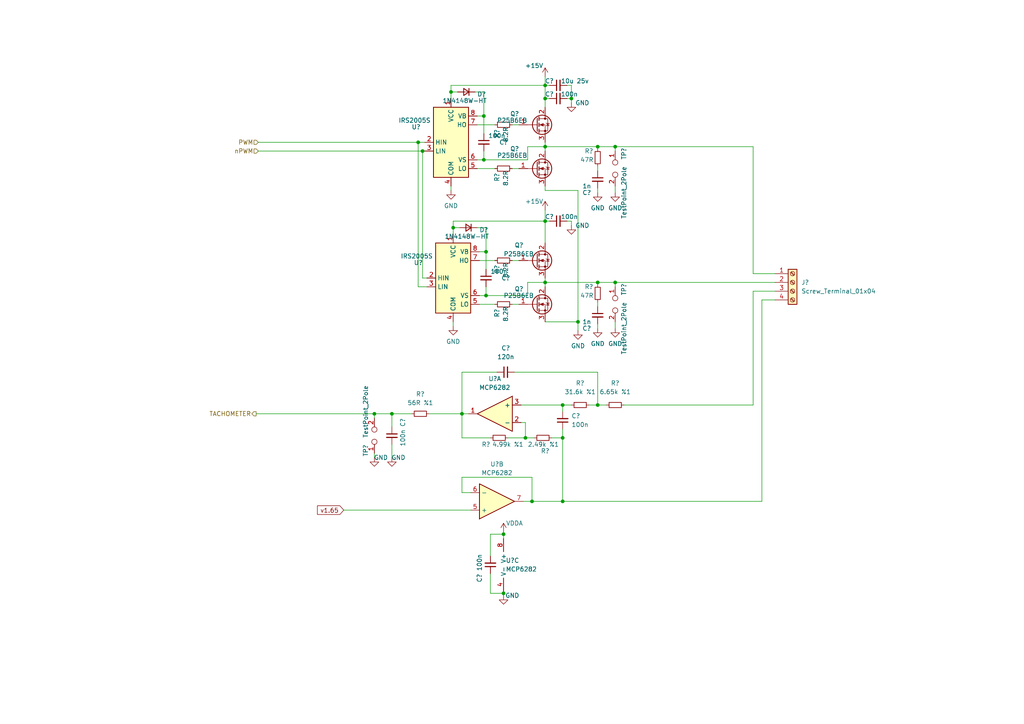
<source format=kicad_sch>
(kicad_sch (version 20211123) (generator eeschema)
  (paper "A4")
  (lib_symbols
    (symbol "Connector:Screw_Terminal_01x04" (pin_names (offset 1.016) hide)
      (property "Reference" "J" (at 0 5.08 0))
      (property "Value" "Screw_Terminal_01x04" (at 0 -7.62 0))
      (symbol "Screw_Terminal_01x04_1_1"
        (rectangle (start -1.27 3.81) (end 1.27 -6.35) (stroke (width 0.254)) (fill (type background)))
        (circle (center 0 -5.08) (radius 0.635) (stroke (width 0.1524)))
        (circle (center 0 -2.54) (radius 0.635) (stroke (width 0.1524)))
        (polyline (pts (xy -0.5334 -4.7498) (xy 0.3302 -5.588)) (stroke (width 0.1524)))
        (polyline (pts (xy -0.5334 -2.2098) (xy 0.3302 -3.048)) (stroke (width 0.1524)))
        (polyline (pts (xy -0.5334 0.3302) (xy 0.3302 -0.508)) (stroke (width 0.1524)))
        (polyline (pts (xy -0.5334 2.8702) (xy 0.3302 2.032)) (stroke (width 0.1524)))
        (polyline (pts (xy -0.3556 -4.572) (xy 0.508 -5.4102)) (stroke (width 0.1524)))
        (polyline (pts (xy -0.3556 -2.032) (xy 0.508 -2.8702)) (stroke (width 0.1524)))
        (polyline (pts (xy -0.3556 0.508) (xy 0.508 -0.3302)) (stroke (width 0.1524)))
        (polyline (pts (xy -0.3556 3.048) (xy 0.508 2.2098)) (stroke (width 0.1524)))
        (circle (center 0 0) (radius 0.635) (stroke (width 0.1524)))
        (circle (center 0 2.54) (radius 0.635) (stroke (width 0.1524)))
        (pin passive line (at -5.08 2.54 0) (length 3.81) (name "Pin_1") (number "1"))
        (pin passive line (at -5.08 0 0) (length 3.81) (name "Pin_2") (number "2"))
        (pin passive line (at -5.08 -2.54 0) (length 3.81) (name "Pin_3") (number "3"))
        (pin passive line (at -5.08 -5.08 0) (length 3.81) (name "Pin_4") (number "4"))
      )
    )
    (symbol "Connector:TestPoint_2Pole" (pin_names (offset 0.762) hide)
      (property "Reference" "TP" (at 0 1.524 0))
      (property "Value" "TestPoint_2Pole" (at 0 -1.778 0))
      (symbol "TestPoint_2Pole_0_1"
        (circle (center -1.778 0) (radius 0.762))
        (circle (center 1.778 0) (radius 0.762))
        (pin passive line (at -5.08 0 0) (length 2.54) (name "1") (number "1"))
        (pin passive line (at 5.08 0 180) (length 2.54) (name "2") (number "2"))
      )
    )
    (symbol "Device:C_Small" (pin_numbers hide) (pin_names (offset 0.254) hide)
      (property "Reference" "C" (at 0.254 1.778 0))
      (property "Value" "C_Small" (at 0.254 -2.032 0))
      (symbol "C_Small_0_1"
        (polyline (pts (xy -1.524 -0.508) (xy 1.524 -0.508)) (stroke (width 0.3302)))
        (polyline (pts (xy -1.524 0.508) (xy 1.524 0.508)) (stroke (width 0.3048)))
      )
      (symbol "C_Small_1_1"
        (pin passive line (at 0 2.54 270) (length 2.032) (name "~") (number "1"))
        (pin passive line (at 0 -2.54 90) (length 2.032) (name "~") (number "2"))
      )
    )
    (symbol "Device:D_Small" (pin_numbers hide) (pin_names (offset 0.254) hide)
      (property "Reference" "D" (at -1.27 2.032 0))
      (property "Value" "D_Small" (at -3.81 -2.032 0))
      (symbol "D_Small_0_1"
        (polyline (pts (xy -0.762 -1.016) (xy -0.762 1.016)) (stroke (width 0.254)))
        (polyline (pts (xy -0.762 0) (xy 0.762 0)))
        (polyline (pts (xy 0.762 -1.016) (xy -0.762 0) (xy 0.762 1.016) (xy 0.762 -1.016)) (stroke (width 0.254)))
      )
      (symbol "D_Small_1_1"
        (pin passive line (at -2.54 0 0) (length 1.778) (name "K") (number "1"))
        (pin passive line (at 2.54 0 180) (length 1.778) (name "A") (number "2"))
      )
    )
    (symbol "Device:Opamp_Dual"
      (property "Reference" "U" (at 0 5.08 0))
      (property "Value" "Opamp_Dual" (at 0 -5.08 0))
      (symbol "Opamp_Dual_1_1"
        (polyline (pts (xy -5.08 5.08) (xy 5.08 0) (xy -5.08 -5.08) (xy -5.08 5.08)) (stroke (width 0.254)) (fill (type background)))
        (pin output line (at 7.62 0 180) (length 2.54) (name "~") (number "1"))
        (pin input line (at -7.62 -2.54 0) (length 2.54) (name "-") (number "2"))
        (pin input line (at -7.62 2.54 0) (length 2.54) (name "+") (number "3"))
      )
      (symbol "Opamp_Dual_2_1"
        (polyline (pts (xy -5.08 5.08) (xy 5.08 0) (xy -5.08 -5.08) (xy -5.08 5.08)) (stroke (width 0.254)) (fill (type background)))
        (pin input line (at -7.62 2.54 0) (length 2.54) (name "+") (number "5"))
        (pin input line (at -7.62 -2.54 0) (length 2.54) (name "-") (number "6"))
        (pin output line (at 7.62 0 180) (length 2.54) (name "~") (number "7"))
      )
      (symbol "Opamp_Dual_3_1"
        (pin power_in line (at -2.54 -7.62 90) (length 3.81) (name "V-") (number "4"))
        (pin power_in line (at -2.54 7.62 270) (length 3.81) (name "V+") (number "8"))
      )
    )
    (symbol "Device:Q_NMOS_GDS" (pin_names (offset 0) hide)
      (property "Reference" "Q" (at 5.08 1.27 0))
      (property "Value" "Q_NMOS_GDS" (at 5.08 -1.27 0))
      (symbol "Q_NMOS_GDS_0_1"
        (polyline (pts (xy 0.254 0) (xy -2.54 0)))
        (polyline (pts (xy 0.254 1.905) (xy 0.254 -1.905)) (stroke (width 0.254)))
        (polyline (pts (xy 0.762 -1.27) (xy 0.762 -2.286)) (stroke (width 0.254)))
        (polyline (pts (xy 0.762 0.508) (xy 0.762 -0.508)) (stroke (width 0.254)))
        (polyline (pts (xy 0.762 2.286) (xy 0.762 1.27)) (stroke (width 0.254)))
        (polyline (pts (xy 2.54 2.54) (xy 2.54 1.778)))
        (polyline (pts (xy 2.54 -2.54) (xy 2.54 0) (xy 0.762 0)))
        (polyline (pts (xy 0.762 -1.778) (xy 3.302 -1.778) (xy 3.302 1.778) (xy 0.762 1.778)))
        (polyline (pts (xy 1.016 0) (xy 2.032 0.381) (xy 2.032 -0.381) (xy 1.016 0)) (fill (type outline)))
        (polyline (pts (xy 2.794 0.508) (xy 2.921 0.381) (xy 3.683 0.381) (xy 3.81 0.254)))
        (polyline (pts (xy 3.302 0.381) (xy 2.921 -0.254) (xy 3.683 -0.254) (xy 3.302 0.381)))
        (circle (center 1.651 0) (radius 2.794) (stroke (width 0.254)))
        (circle (center 2.54 -1.778) (radius 0.254) (fill (type outline)))
        (circle (center 2.54 1.778) (radius 0.254) (fill (type outline)))
      )
      (symbol "Q_NMOS_GDS_1_1"
        (pin input line (at -5.08 0 0) (length 2.54) (name "G") (number "1"))
        (pin passive line (at 2.54 5.08 270) (length 2.54) (name "D") (number "2"))
        (pin passive line (at 2.54 -5.08 90) (length 2.54) (name "S") (number "3"))
      )
    )
    (symbol "Device:R_Small" (pin_numbers hide) (pin_names (offset 0.254) hide)
      (property "Reference" "R" (at 0.762 0.508 0))
      (property "Value" "R_Small" (at 0.762 -1.016 0))
      (symbol "R_Small_0_1"
        (rectangle (start -0.762 1.778) (end 0.762 -1.778) (stroke (width 0.2032)))
      )
      (symbol "R_Small_1_1"
        (pin passive line (at 0 2.54 270) (length 0.762) (name "~") (number "1"))
        (pin passive line (at 0 -2.54 90) (length 0.762) (name "~") (number "2"))
      )
    )
    (symbol "Driver_FET:IRS2005S"
      (property "Reference" "U" (at 1.27 13.335 0))
      (property "Value" "IRS2005S" (at 1.27 11.43 0))
      (symbol "IRS2005S_0_1"
        (rectangle (start -5.08 -10.16) (end 5.08 10.16) (stroke (width 0.254)) (fill (type background)))
      )
      (symbol "IRS2005S_1_1"
        (pin power_in line (at 0 12.7 270) (length 2.54) (name "VCC") (number "1"))
        (pin input line (at -7.62 0 0) (length 2.54) (name "HIN") (number "2"))
        (pin input line (at -7.62 -2.54 0) (length 2.54) (name "LIN") (number "3"))
        (pin power_in line (at 0 -12.7 90) (length 2.54) (name "COM") (number "4"))
        (pin output line (at 7.62 -7.62 180) (length 2.54) (name "LO") (number "5"))
        (pin passive line (at 7.62 -5.08 180) (length 2.54) (name "VS") (number "6"))
        (pin output line (at 7.62 5.08 180) (length 2.54) (name "HO") (number "7"))
        (pin passive line (at 7.62 7.62 180) (length 2.54) (name "VB") (number "8"))
      )
    )
    (symbol "power:+15V" (power) (pin_names (offset 0))
      (property "Value" "+15V" (at 0 3.556 0))
      (symbol "+15V_0_1"
        (polyline (pts (xy -0.762 1.27) (xy 0 2.54)))
        (polyline (pts (xy 0 0) (xy 0 2.54)))
        (polyline (pts (xy 0 2.54) (xy 0.762 1.27)))
      )
      (symbol "+15V_1_1"
        (pin power_in line (at 0 0 90) (length 0) hide (name "+15V") (number "1"))
      )
    )
    (symbol "power:GND" (power) (pin_names (offset 0))
      (property "Value" "GND" (at 0 -3.81 0))
      (symbol "GND_0_1"
        (polyline (pts (xy 0 0) (xy 0 -1.27) (xy 1.27 -1.27) (xy 0 -2.54) (xy -1.27 -1.27) (xy 0 -1.27)))
      )
      (symbol "GND_1_1"
        (pin power_in line (at 0 0 270) (length 0) hide (name "GND") (number "1"))
      )
    )
    (symbol "power:VDDA" (power) (pin_names (offset 0))
      (property "Value" "VDDA" (at 0 3.81 0))
      (symbol "VDDA_0_1"
        (polyline (pts (xy -0.762 1.27) (xy 0 2.54)))
        (polyline (pts (xy 0 0) (xy 0 2.54)))
        (polyline (pts (xy 0 2.54) (xy 0.762 1.27)))
      )
      (symbol "VDDA_1_1"
        (pin power_in line (at 0 0 90) (length 0) hide (name "VDDA") (number "1"))
      )
    )
  )
  (junction (at 108.585 120.015))
  (junction (at 163.195 117.475))
  (junction (at 158.115 24.765))
  (junction (at 140.335 46.355))
  (junction (at 173.355 42.545))
  (junction (at 131.445 66.04))
  (junction (at 122.555 43.815))
  (junction (at 146.05 154.94))
  (junction (at 173.355 81.915))
  (junction (at 158.115 64.135))
  (junction (at 158.115 81.915))
  (junction (at 178.435 42.545))
  (junction (at 173.355 117.475))
  (junction (at 133.985 120.015))
  (junction (at 140.335 33.655))
  (junction (at 146.05 172.085))
  (junction (at 167.64 93.345))
  (junction (at 152.4 127))
  (junction (at 113.665 120.015))
  (junction (at 158.115 42.545))
  (junction (at 163.195 145.415))
  (junction (at 154.305 145.415))
  (junction (at 178.435 81.915))
  (junction (at 140.97 73.025))
  (junction (at 140.97 85.725))
  (junction (at 158.115 28.575))
  (junction (at 165.735 28.575))
  (junction (at 130.81 26.67))
  (junction (at 163.195 127))
  (junction (at 121.285 41.275))
  (wire (pts (xy 153.035 46.355) (xy 153.035 42.545)))
  (wire (pts (xy 158.115 80.645) (xy 158.115 81.915)))
  (wire (pts (xy 133.35 66.04) (xy 131.445 66.04)))
  (wire (pts (xy 158.115 24.765) (xy 159.385 24.765)))
  (wire (pts (xy 173.355 48.26) (xy 173.355 49.53)))
  (wire (pts (xy 124.46 120.015) (xy 133.985 120.015)))
  (wire (pts (xy 148.59 88.265) (xy 150.495 88.265)))
  (wire (pts (xy 130.81 53.975) (xy 130.81 55.245)))
  (wire (pts (xy 173.355 117.475) (xy 173.355 107.95)))
  (wire (pts (xy 144.145 107.95) (xy 133.985 107.95)))
  (wire (pts (xy 158.115 22.225) (xy 158.115 24.765)))
  (wire (pts (xy 74.93 43.815) (xy 122.555 43.815)))
  (wire (pts (xy 133.985 107.95) (xy 133.985 120.015)))
  (wire (pts (xy 220.98 86.995) (xy 220.98 145.415)))
  (wire (pts (xy 131.445 64.135) (xy 131.445 66.04)))
  (wire (pts (xy 152.4 127) (xy 154.94 127)))
  (wire (pts (xy 152.4 127) (xy 152.4 122.555)))
  (wire (pts (xy 218.44 79.375) (xy 224.79 79.375)))
  (wire (pts (xy 165.735 64.135) (xy 165.735 65.405)))
  (wire (pts (xy 138.43 66.04) (xy 140.97 66.04)))
  (wire (pts (xy 140.97 85.725) (xy 153.035 85.725)))
  (wire (pts (xy 133.985 142.875) (xy 133.985 138.43)))
  (wire (pts (xy 119.38 120.015) (xy 113.665 120.015)))
  (wire (pts (xy 133.985 120.015) (xy 135.89 120.015)))
  (wire (pts (xy 113.665 120.015) (xy 113.665 123.825)))
  (wire (pts (xy 178.435 81.915) (xy 178.435 83.185)))
  (wire (pts (xy 130.81 24.765) (xy 130.81 26.67)))
  (wire (pts (xy 151.765 145.415) (xy 154.305 145.415)))
  (wire (pts (xy 163.195 124.46) (xy 163.195 127)))
  (wire (pts (xy 158.115 55.245) (xy 167.64 55.245)))
  (wire (pts (xy 148.59 75.565) (xy 150.495 75.565)))
  (wire (pts (xy 218.44 84.455) (xy 218.44 117.475)))
  (wire (pts (xy 178.435 81.915) (xy 224.79 81.915)))
  (wire (pts (xy 164.465 28.575) (xy 165.735 28.575)))
  (wire (pts (xy 142.24 172.085) (xy 146.05 172.085)))
  (wire (pts (xy 218.44 117.475) (xy 180.975 117.475)))
  (wire (pts (xy 153.035 81.915) (xy 158.115 81.915)))
  (wire (pts (xy 121.285 83.185) (xy 121.285 41.275)))
  (wire (pts (xy 122.555 43.815) (xy 122.555 80.645)))
  (wire (pts (xy 163.195 117.475) (xy 163.195 119.38)))
  (wire (pts (xy 167.64 93.345) (xy 167.64 95.885)))
  (wire (pts (xy 148.59 36.195) (xy 150.495 36.195)))
  (wire (pts (xy 130.81 26.67) (xy 130.81 28.575)))
  (wire (pts (xy 178.435 42.545) (xy 178.435 43.815)))
  (wire (pts (xy 158.115 60.96) (xy 158.115 64.135)))
  (wire (pts (xy 140.335 26.67) (xy 140.335 33.655)))
  (wire (pts (xy 154.305 138.43) (xy 154.305 145.415)))
  (wire (pts (xy 142.24 166.37) (xy 142.24 172.085)))
  (wire (pts (xy 151.13 117.475) (xy 163.195 117.475)))
  (wire (pts (xy 148.59 48.895) (xy 150.495 48.895)))
  (wire (pts (xy 138.43 48.895) (xy 143.51 48.895)))
  (wire (pts (xy 158.115 28.575) (xy 159.385 28.575)))
  (wire (pts (xy 158.115 64.135) (xy 158.115 70.485)))
  (wire (pts (xy 131.445 64.135) (xy 158.115 64.135)))
  (wire (pts (xy 163.195 117.475) (xy 165.735 117.475)))
  (wire (pts (xy 131.445 93.345) (xy 131.445 94.615)))
  (wire (pts (xy 158.115 53.975) (xy 158.115 55.245)))
  (wire (pts (xy 158.115 24.765) (xy 158.115 28.575)))
  (wire (pts (xy 173.355 81.915) (xy 178.435 81.915)))
  (wire (pts (xy 163.195 145.415) (xy 220.98 145.415)))
  (wire (pts (xy 178.435 53.975) (xy 178.435 55.88)))
  (wire (pts (xy 164.465 24.765) (xy 165.735 24.765)))
  (wire (pts (xy 74.93 41.275) (xy 121.285 41.275)))
  (wire (pts (xy 167.64 55.245) (xy 167.64 93.345)))
  (wire (pts (xy 140.97 66.04) (xy 140.97 73.025)))
  (wire (pts (xy 136.525 142.875) (xy 133.985 142.875)))
  (wire (pts (xy 220.98 86.995) (xy 224.79 86.995)))
  (wire (pts (xy 108.585 120.015) (xy 108.585 121.285)))
  (wire (pts (xy 140.97 83.185) (xy 140.97 85.725)))
  (wire (pts (xy 139.065 75.565) (xy 143.51 75.565)))
  (wire (pts (xy 173.355 87.63) (xy 173.355 88.9)))
  (wire (pts (xy 158.115 41.275) (xy 158.115 42.545)))
  (wire (pts (xy 218.44 42.545) (xy 218.44 79.375)))
  (wire (pts (xy 224.79 84.455) (xy 218.44 84.455)))
  (wire (pts (xy 154.305 145.415) (xy 163.195 145.415)))
  (wire (pts (xy 133.985 127) (xy 133.985 120.015)))
  (wire (pts (xy 170.815 117.475) (xy 173.355 117.475)))
  (wire (pts (xy 158.115 81.915) (xy 158.115 83.185)))
  (wire (pts (xy 146.05 172.085) (xy 146.05 172.72)))
  (wire (pts (xy 138.43 36.195) (xy 143.51 36.195)))
  (wire (pts (xy 140.97 78.105) (xy 140.97 73.025)))
  (wire (pts (xy 113.665 128.905) (xy 113.665 132.715)))
  (wire (pts (xy 158.115 81.915) (xy 173.355 81.915)))
  (wire (pts (xy 140.335 43.815) (xy 140.335 46.355)))
  (wire (pts (xy 173.355 93.98) (xy 173.355 95.25)))
  (wire (pts (xy 74.295 120.015) (xy 108.585 120.015)))
  (wire (pts (xy 123.825 83.185) (xy 121.285 83.185)))
  (wire (pts (xy 165.735 28.575) (xy 165.735 29.845)))
  (wire (pts (xy 138.43 46.355) (xy 140.335 46.355)))
  (wire (pts (xy 142.24 154.94) (xy 142.24 161.29)))
  (wire (pts (xy 146.05 154.94) (xy 142.24 154.94)))
  (wire (pts (xy 146.05 154.305) (xy 146.05 154.94)))
  (wire (pts (xy 140.97 73.025) (xy 139.065 73.025)))
  (wire (pts (xy 108.585 131.445) (xy 108.585 132.715)))
  (wire (pts (xy 173.355 54.61) (xy 173.355 55.88)))
  (wire (pts (xy 160.02 127) (xy 163.195 127)))
  (wire (pts (xy 146.05 171.45) (xy 146.05 172.085)))
  (wire (pts (xy 173.355 42.545) (xy 173.355 43.18)))
  (wire (pts (xy 108.585 120.015) (xy 113.665 120.015)))
  (wire (pts (xy 153.035 85.725) (xy 153.035 81.915)))
  (wire (pts (xy 158.115 28.575) (xy 158.115 31.115)))
  (wire (pts (xy 133.985 127) (xy 142.24 127)))
  (wire (pts (xy 140.335 38.735) (xy 140.335 33.655)))
  (wire (pts (xy 132.715 26.67) (xy 130.81 26.67)))
  (wire (pts (xy 158.115 42.545) (xy 158.115 43.815)))
  (wire (pts (xy 173.355 81.915) (xy 173.355 82.55)))
  (wire (pts (xy 123.19 43.815) (xy 122.555 43.815)))
  (wire (pts (xy 131.445 66.04) (xy 131.445 67.945)))
  (wire (pts (xy 140.335 46.355) (xy 153.035 46.355)))
  (wire (pts (xy 147.32 127) (xy 152.4 127)))
  (wire (pts (xy 165.735 24.765) (xy 165.735 28.575)))
  (wire (pts (xy 152.4 122.555) (xy 151.13 122.555)))
  (wire (pts (xy 139.065 88.265) (xy 143.51 88.265)))
  (wire (pts (xy 133.985 138.43) (xy 154.305 138.43)))
  (wire (pts (xy 121.285 41.275) (xy 123.19 41.275)))
  (wire (pts (xy 163.195 127) (xy 163.195 145.415)))
  (wire (pts (xy 153.035 42.545) (xy 158.115 42.545)))
  (wire (pts (xy 146.05 154.94) (xy 146.05 156.21)))
  (wire (pts (xy 137.795 26.67) (xy 140.335 26.67)))
  (wire (pts (xy 173.355 117.475) (xy 175.895 117.475)))
  (wire (pts (xy 178.435 42.545) (xy 218.44 42.545)))
  (wire (pts (xy 139.065 85.725) (xy 140.97 85.725)))
  (wire (pts (xy 149.225 107.95) (xy 173.355 107.95)))
  (wire (pts (xy 158.115 42.545) (xy 173.355 42.545)))
  (wire (pts (xy 164.465 64.135) (xy 165.735 64.135)))
  (wire (pts (xy 173.355 42.545) (xy 178.435 42.545)))
  (wire (pts (xy 158.115 93.345) (xy 167.64 93.345)))
  (wire (pts (xy 140.335 33.655) (xy 138.43 33.655)))
  (wire (pts (xy 99.695 147.955) (xy 136.525 147.955)))
  (wire (pts (xy 178.435 93.345) (xy 178.435 95.25)))
  (wire (pts (xy 130.81 24.765) (xy 158.115 24.765)))
  (wire (pts (xy 122.555 80.645) (xy 123.825 80.645)))
  (wire (pts (xy 158.115 64.135) (xy 159.385 64.135)))
  (global_label "v1.65" (shape input) (at 99.695 147.955 180) (property "Intersheet References" "${INTERSHEET_REFS}" (effects hide)))
  (hierarchical_label "PWM" (shape input) (at 74.93 41.275 180))
  (hierarchical_label "TACHOMETER" (shape output) (at 74.295 120.015 180))
  (hierarchical_label "nPWM" (shape input) (at 74.93 43.815 180))
  (symbol (lib_id "Device:D_Small") (at 135.89 66.04 180) (unit 1)
    (property "Reference" "D?" (at 140.335 66.675 0))
    (property "Value" "1N4148W-HT " (at 135.89 68.58 0))
    (property "Footprint" "Diode_SMD:D_SOD-123" (effects hide))
    (property "Link" "https://ozdisan.com/power-semiconductors/diodes-diode-modules-and-rectifiers/general-purpose-diodes/1N4148W-HT" (effects hide))
    (property "Price" "0.01562" (effects hide))
  )
  (symbol (lib_id "Device:R_Small") (at 178.435 117.475 90) (unit 1)
    (property "Reference" "R?" (at 178.435 111.125 90))
    (property "Value" "6.65k %1" (at 178.435 113.665 90))
  )
  (symbol (lib_id "Device:D_Small") (at 135.255 26.67 180) (unit 1)
    (property "Reference" "D?" (at 139.7 27.305 0))
    (property "Value" "1N4148W-HT " (at 135.255 29.21 0))
    (property "Footprint" "Diode_SMD:D_SOD-123" (effects hide))
    (property "Link" "https://ozdisan.com/power-semiconductors/diodes-diode-modules-and-rectifiers/general-purpose-diodes/1N4148W-HT" (effects hide))
    (property "Price" "0.01562" (effects hide))
  )
  (symbol (lib_id "power:GND") (at 108.585 132.715 0) (unit 1)
    (property "Reference" "#PWR?" (effects hide))
    (property "Value" "GND" (at 110.49 132.715 0))
  )
  (symbol (lib_id "Device:C_Small") (at 161.925 64.135 90) (unit 1)
    (property "Reference" "C?" (at 160.655 62.865 90) (effects (justify left)))
    (property "Value" "100n" (at 167.64 62.865 90) (effects (justify left)))
    (property "Footprint" "Capacitor_SMD:C_0603_1608Metric_Pad1.08x0.95mm_HandSolder" (effects hide))
    (property "Link" "https://ozdisan.com/passive-components/capacitors/smt-smd-and-mlcc-capacitors/CL10B104KB8NNNC" (effects hide))
    (property "Price" "0.00448" (effects hide))
  )
  (symbol (lib_id "Device:C_Small") (at 173.355 91.44 0) (unit 1)
    (property "Reference" "C?" (at 168.91 95.25 0) (effects (justify left)))
    (property "Value" "1n" (at 168.91 93.345 0) (effects (justify left)))
    (property "Footprint" "Capacitor_SMD:C_0603_1608Metric_Pad1.08x0.95mm_HandSolder" (effects hide))
  )
  (symbol (lib_id "Device:C_Small") (at 146.685 107.95 90) (unit 1)
    (property "Reference" "C?" (at 146.6913 100.965 90))
    (property "Value" "120n" (at 146.6913 103.505 90))
  )
  (symbol (lib_id "Device:R_Small") (at 173.355 85.09 0) (unit 1)
    (property "Reference" "R?" (at 169.545 83.185 0) (effects (justify left)))
    (property "Value" "47R" (at 168.275 85.725 0) (effects (justify left)))
  )
  (symbol (lib_id "Device:Opamp_Dual") (at 144.145 145.415 0) (mirror x) (unit 2)
    (property "Reference" "U?" (at 144.145 134.62 0))
    (property "Value" "MCP6282" (at 144.145 137.16 0))
    (property "Footprint" "Package_SO:SOIC-8_3.9x4.9mm_P1.27mm" (effects hide))
    (property "Link" "https://ozdisan.com/integrated-circuits-ics/linear-ics/amplifiers/MCP6282T-ESN" (effects hide))
    (property "Price" "1.96988" (effects hide))
  )
  (symbol (lib_id "power:GND") (at 167.64 95.885 0) (unit 1)
    (property "Reference" "#PWR?" (effects hide))
    (property "Value" "GND" (at 167.64 100.33 0))
  )
  (symbol (lib_id "Connector:TestPoint_2Pole") (at 178.435 48.895 270) (unit 1)
    (property "Reference" "TP?" (at 180.975 46.355 0) (effects (justify right)))
    (property "Value" "TestPoint_2Pole" (at 180.975 63.5 0) (effects (justify right)))
    (property "Footprint" "Connector_PinHeader_2.54mm:PinHeader_1x02_P2.54mm_Vertical" (effects hide))
    (property "Link" "https://ozdisan.com/connectors-and-interconnects/headers/pin-headers/C2100-02ASGAS0R" (effects hide))
    (property "Price" "0.1293" (effects hide))
  )
  (symbol (lib_id "power:GND") (at 178.435 55.88 0) (unit 1)
    (property "Reference" "#PWR?" (effects hide))
    (property "Value" "GND" (at 178.435 60.325 0))
  )
  (symbol (lib_id "Device:C_Small") (at 113.665 126.365 0) (unit 1)
    (property "Reference" "C?" (at 116.84 123.825 90) (effects (justify left)))
    (property "Value" "100n" (at 116.84 129.54 90) (effects (justify left)))
    (property "Footprint" "Capacitor_SMD:C_0603_1608Metric_Pad1.08x0.95mm_HandSolder" (effects hide))
    (property "Link" "https://ozdisan.com/passive-components/capacitors/smt-smd-and-mlcc-capacitors/CL10B104KB8NNNC" (effects hide))
    (property "Price" "0.00448" (effects hide))
  )
  (symbol (lib_id "power:+15V") (at 158.115 60.96 0) (unit 1)
    (property "Reference" "#PWR?" (effects hide))
    (property "Value" "+15V" (at 154.94 58.42 0))
  )
  (symbol (lib_id "power:VDDA") (at 146.05 154.305 0) (unit 1)
    (property "Reference" "#PWR?" (effects hide))
    (property "Value" "VDDA" (at 149.225 151.765 0))
  )
  (symbol (lib_id "Device:R_Small") (at 121.92 120.015 90) (unit 1)
    (property "Reference" "R?" (at 121.92 114.3 90))
    (property "Value" "56R %1" (at 121.92 116.84 90))
    (property "Footprint" "Resistor_SMD:R_0603_1608Metric_Pad0.98x0.95mm_HandSolder" (effects hide))
    (property "Link" "https://ozdisan.com/passive-components/resistors/smt-smd-and-chip-resistors/0603SAF560JT5E" (effects hide))
    (property "Price" "0.00221" (effects hide))
  )
  (symbol (lib_id "Connector:TestPoint_2Pole") (at 108.585 126.365 90) (unit 1)
    (property "Reference" "TP?" (at 106.045 128.905 0) (effects (justify right)))
    (property "Value" "TestPoint_2Pole" (at 106.045 111.76 0) (effects (justify right)))
    (property "Footprint" "Connector_PinHeader_2.54mm:PinHeader_1x02_P2.54mm_Vertical" (effects hide))
    (property "Link" "https://ozdisan.com/connectors-and-interconnects/headers/pin-headers/C2100-02ASGAS0R" (effects hide))
    (property "Price" "0.1293" (effects hide))
  )
  (symbol (lib_id "Device:R_Small") (at 146.05 88.265 90) (unit 1)
    (property "Reference" "R?" (at 144.145 92.075 0) (effects (justify left)))
    (property "Value" "8.2R" (at 146.685 93.345 0) (effects (justify left)))
  )
  (symbol (lib_id "Device:Opamp_Dual") (at 143.51 163.83 0) (mirror y) (unit 3)
    (property "Reference" "U?" (at 146.685 162.5599 0) (effects (justify right)))
    (property "Value" "MCP6282" (at 146.685 165.0999 0) (effects (justify right)))
    (property "Footprint" "Package_SO:SOIC-8_3.9x4.9mm_P1.27mm" (effects hide))
    (property "Link" "https://ozdisan.com/integrated-circuits-ics/linear-ics/amplifiers/MCP6282T-ESN" (effects hide))
    (property "Price" "1.96988" (effects hide))
  )
  (symbol (lib_id "power:GND") (at 165.735 29.845 0) (unit 1)
    (property "Reference" "#PWR?" (effects hide))
    (property "Value" "GND" (at 168.91 29.845 0))
  )
  (symbol (lib_id "Device:R_Small") (at 146.05 48.895 90) (unit 1)
    (property "Reference" "R?" (at 144.145 52.705 0) (effects (justify left)))
    (property "Value" "8.2R" (at 146.685 53.975 0) (effects (justify left)))
  )
  (symbol (lib_id "Connector:Screw_Terminal_01x04") (at 229.87 81.915 0) (unit 1)
    (property "Reference" "J?" (at 232.41 81.9149 0) (effects (justify left)))
    (property "Value" "Screw_Terminal_01x04" (at 232.41 84.4549 0) (effects (justify left)))
  )
  (symbol (lib_id "Device:R_Small") (at 144.78 127 270) (unit 1)
    (property "Reference" "R?" (at 140.97 128.905 90))
    (property "Value" "4.99k %1" (at 147.32 128.905 90))
  )
  (symbol (lib_id "power:GND") (at 113.665 132.715 0) (unit 1)
    (property "Reference" "#PWR?" (effects hide))
    (property "Value" "GND" (at 115.57 132.715 0))
  )
  (symbol (lib_id "Device:C_Small") (at 140.335 41.275 0) (unit 1)
    (property "Reference" "C?" (at 144.78 41.275 0) (effects (justify left)))
    (property "Value" "100n" (at 141.605 39.37 0) (effects (justify left)))
    (property "Footprint" "Capacitor_SMD:C_0603_1608Metric_Pad1.08x0.95mm_HandSolder" (effects hide))
    (property "Link" "https://ozdisan.com/passive-components/capacitors/smt-smd-and-mlcc-capacitors/CL10B104KB8NNNC" (effects hide))
    (property "Price" "0.00448" (effects hide))
  )
  (symbol (lib_id "Device:Q_NMOS_GDS") (at 155.575 36.195 0) (unit 1)
    (property "Reference" "Q?" (at 147.955 33.02 0) (effects (justify left)))
    (property "Value" "P25B6EB" (at 144.145 34.925 0) (effects (justify left)))
    (property "Footprint" "Package_TO_SOT_SMD:TO-252-3_TabPin2" (effects hide))
    (property "Link" "https://ozdisan.com/power-semiconductors/mosfets/discrete-mosfets/P25B6EB-5071" (effects hide))
    (property "Price" "0.76360" (effects hide))
  )
  (symbol (lib_id "Device:Q_NMOS_GDS") (at 155.575 88.265 0) (unit 1)
    (property "Reference" "Q?" (at 149.225 83.82 0) (effects (justify left)))
    (property "Value" "P25B6EB" (at 146.05 85.725 0) (effects (justify left)))
    (property "Footprint" "Package_TO_SOT_SMD:TO-252-3_TabPin2" (effects hide))
    (property "Link" "https://ozdisan.com/power-semiconductors/mosfets/discrete-mosfets/P25B6EB-5071" (effects hide))
    (property "Price" "0.76360" (effects hide))
  )
  (symbol (lib_id "Device:R_Small") (at 157.48 127 270) (unit 1)
    (property "Reference" "R?" (at 156.845 130.81 90) (effects (justify left)))
    (property "Value" "2.49k %1" (at 153.035 128.905 90) (effects (justify left)))
  )
  (symbol (lib_id "Device:R_Small") (at 146.05 75.565 90) (unit 1)
    (property "Reference" "R?" (at 144.145 79.375 0) (effects (justify left)))
    (property "Value" "8.2R" (at 146.685 80.645 0) (effects (justify left)))
  )
  (symbol (lib_id "Device:C_Small") (at 163.195 121.92 180) (unit 1)
    (property "Reference" "C?" (at 165.735 120.6435 0) (effects (justify right)))
    (property "Value" "100n " (at 165.735 123.1835 0) (effects (justify right)))
  )
  (symbol (lib_id "Device:R_Small") (at 146.05 36.195 90) (unit 1)
    (property "Reference" "R?" (at 144.145 40.005 0) (effects (justify left)))
    (property "Value" "8.2R" (at 146.685 41.275 0) (effects (justify left)))
  )
  (symbol (lib_id "power:GND") (at 173.355 55.88 0) (unit 1)
    (property "Reference" "#PWR?" (effects hide))
    (property "Value" "GND" (at 173.355 60.325 0))
  )
  (symbol (lib_id "Device:C_Small") (at 142.24 163.83 180) (unit 1)
    (property "Reference" "C?" (at 139.065 166.37 90) (effects (justify left)))
    (property "Value" "100n" (at 139.065 160.655 90) (effects (justify left)))
    (property "Footprint" "Capacitor_SMD:C_0603_1608Metric_Pad1.08x0.95mm_HandSolder" (effects hide))
    (property "Link" "https://ozdisan.com/passive-components/capacitors/smt-smd-and-mlcc-capacitors/CL10B104KB8NNNC" (effects hide))
    (property "Price" "0.00448" (effects hide))
  )
  (symbol (lib_id "Device:R_Small") (at 168.275 117.475 90) (unit 1)
    (property "Reference" "R?" (at 168.275 111.125 90))
    (property "Value" "31.6k %1" (at 168.275 113.665 90))
  )
  (symbol (lib_id "Device:Opamp_Dual") (at 143.51 120.015 0) (mirror y) (unit 1)
    (property "Reference" "U?" (at 143.51 109.855 0))
    (property "Value" "MCP6282" (at 143.51 112.395 0))
    (property "Footprint" "Package_SO:SOIC-8_3.9x4.9mm_P1.27mm" (effects hide))
    (property "Link" "https://ozdisan.com/integrated-circuits-ics/linear-ics/amplifiers/MCP6282T-ESN" (effects hide))
    (property "Price" "1.96988" (effects hide))
  )
  (symbol (lib_id "Device:C_Small") (at 140.97 80.645 0) (unit 1)
    (property "Reference" "C?" (at 145.415 80.645 0) (effects (justify left)))
    (property "Value" "100n" (at 142.24 78.74 0) (effects (justify left)))
    (property "Footprint" "Capacitor_SMD:C_0603_1608Metric_Pad1.08x0.95mm_HandSolder" (effects hide))
    (property "Link" "https://ozdisan.com/passive-components/capacitors/smt-smd-and-mlcc-capacitors/CL10B104KB8NNNC" (effects hide))
    (property "Price" "0.00448" (effects hide))
  )
  (symbol (lib_id "Connector:TestPoint_2Pole") (at 178.435 88.265 270) (unit 1)
    (property "Reference" "TP?" (at 180.975 85.725 0) (effects (justify right)))
    (property "Value" "TestPoint_2Pole" (at 180.975 102.87 0) (effects (justify right)))
    (property "Footprint" "Connector_PinHeader_2.54mm:PinHeader_1x02_P2.54mm_Vertical" (effects hide))
    (property "Link" "https://ozdisan.com/connectors-and-interconnects/headers/pin-headers/C2100-02ASGAS0R" (effects hide))
    (property "Price" "0.1293" (effects hide))
  )
  (symbol (lib_id "Device:C_Small") (at 161.925 24.765 90) (unit 1)
    (property "Reference" "C?" (at 160.655 23.495 90) (effects (justify left)))
    (property "Value" "10u 25v" (at 170.815 23.495 90) (effects (justify left)))
    (property "Footprint" "Capacitor_SMD:C_0805_2012Metric_Pad1.18x1.45mm_HandSolder" (effects hide))
    (property "Link" "https://ozdisan.com/passive-components/capacitors/smt-smd-and-mlcc-capacitors/CL21A106KAYNNNE" (effects hide))
    (property "Price" "0.04807" (effects hide))
  )
  (symbol (lib_id "power:+15V") (at 158.115 22.225 0) (unit 1)
    (property "Reference" "#PWR?" (effects hide))
    (property "Value" "+15V" (at 154.94 19.05 0))
  )
  (symbol (lib_id "Driver_FET:IRS2005S") (at 131.445 80.645 0) (unit 1)
    (property "Reference" "U?" (at 120.015 76.2 0) (effects (justify left)))
    (property "Value" "IRS2005S" (at 116.205 74.295 0) (effects (justify left)))
    (property "Footprint" "Package_SO:SOIC-8_3.9x4.9mm_P1.27mm" (effects hide))
    (property "Datasheet" "https://www.infineon.com/dgdl/Infineon-IRS2005S-DS-v02_00-EN.pdf?fileId=5546d462533600a4015364c4246229e1" (effects hide))
    (property "Link" "https://ozdisan.com/integrated-circuits-ics/power-management-ics/power-drivers/IRS2005STRPBF" (effects hide))
    (property "Price" "1.63317" (effects hide))
  )
  (symbol (lib_id "Device:R_Small") (at 173.355 45.72 0) (unit 1)
    (property "Reference" "R?" (at 169.545 43.815 0) (effects (justify left)))
    (property "Value" "47R" (at 168.275 46.355 0) (effects (justify left)))
  )
  (symbol (lib_id "power:GND") (at 131.445 94.615 0) (unit 1)
    (property "Reference" "#PWR?" (effects hide))
    (property "Value" "GND" (at 131.445 99.06 0))
  )
  (symbol (lib_id "Device:Q_NMOS_GDS") (at 155.575 75.565 0) (unit 1)
    (property "Reference" "Q?" (at 149.225 71.12 0) (effects (justify left)))
    (property "Value" "P25B6EB" (at 146.05 73.66 0) (effects (justify left)))
    (property "Footprint" "Package_TO_SOT_SMD:TO-252-3_TabPin2" (effects hide))
    (property "Link" "https://ozdisan.com/power-semiconductors/mosfets/discrete-mosfets/P25B6EB-5071" (effects hide))
    (property "Price" "0.76360" (effects hide))
  )
  (symbol (lib_id "power:GND") (at 173.355 95.25 0) (unit 1)
    (property "Reference" "#PWR?" (effects hide))
    (property "Value" "GND" (at 173.355 99.695 0))
  )
  (symbol (lib_id "power:GND") (at 165.735 65.405 0) (unit 1)
    (property "Reference" "#PWR?" (effects hide))
    (property "Value" "GND" (at 168.91 65.405 0))
  )
  (symbol (lib_id "power:GND") (at 146.05 172.72 0) (unit 1)
    (property "Reference" "#PWR?" (effects hide))
    (property "Value" "GND" (at 148.59 172.72 0))
  )
  (symbol (lib_id "Device:C_Small") (at 161.925 28.575 90) (unit 1)
    (property "Reference" "C?" (at 160.655 27.305 90) (effects (justify left)))
    (property "Value" "100n" (at 167.64 27.305 90) (effects (justify left)))
    (property "Footprint" "Capacitor_SMD:C_0603_1608Metric_Pad1.08x0.95mm_HandSolder" (effects hide))
    (property "Link" "https://ozdisan.com/passive-components/capacitors/smt-smd-and-mlcc-capacitors/CL10B104KB8NNNC" (effects hide))
    (property "Price" "0.00448" (effects hide))
  )
  (symbol (lib_id "power:GND") (at 130.81 55.245 0) (unit 1)
    (property "Reference" "#PWR?" (effects hide))
    (property "Value" "GND" (at 130.81 59.69 0))
  )
  (symbol (lib_id "Driver_FET:IRS2005S") (at 130.81 41.275 0) (unit 1)
    (property "Reference" "U?" (at 119.38 36.83 0) (effects (justify left)))
    (property "Value" "IRS2005S" (at 115.57 34.925 0) (effects (justify left)))
    (property "Footprint" "Package_SO:SOIC-8_3.9x4.9mm_P1.27mm" (effects hide))
    (property "Datasheet" "https://www.infineon.com/dgdl/Infineon-IRS2005S-DS-v02_00-EN.pdf?fileId=5546d462533600a4015364c4246229e1" (effects hide))
    (property "Link" "https://ozdisan.com/integrated-circuits-ics/power-management-ics/power-drivers/IRS2005STRPBF" (effects hide))
    (property "Price" "1.63317" (effects hide))
  )
  (symbol (lib_id "power:GND") (at 178.435 95.25 0) (unit 1)
    (property "Reference" "#PWR?" (effects hide))
    (property "Value" "GND" (at 178.435 99.695 0))
  )
  (symbol (lib_id "Device:C_Small") (at 173.355 52.07 0) (unit 1)
    (property "Reference" "C?" (at 168.91 55.88 0) (effects (justify left)))
    (property "Value" "1n" (at 168.91 53.975 0) (effects (justify left)))
    (property "Footprint" "Capacitor_SMD:C_0603_1608Metric_Pad1.08x0.95mm_HandSolder" (effects hide))
  )
  (symbol (lib_id "Device:Q_NMOS_GDS") (at 155.575 48.895 0) (unit 1)
    (property "Reference" "Q?" (at 147.955 43.18 0) (effects (justify left)))
    (property "Value" "P25B6EB" (at 144.145 45.085 0) (effects (justify left)))
    (property "Footprint" "Package_TO_SOT_SMD:TO-252-3_TabPin2" (effects hide))
    (property "Link" "https://ozdisan.com/power-semiconductors/mosfets/discrete-mosfets/P25B6EB-5071" (effects hide))
    (property "Price" "0.76360" (effects hide))
  )
)
</source>
